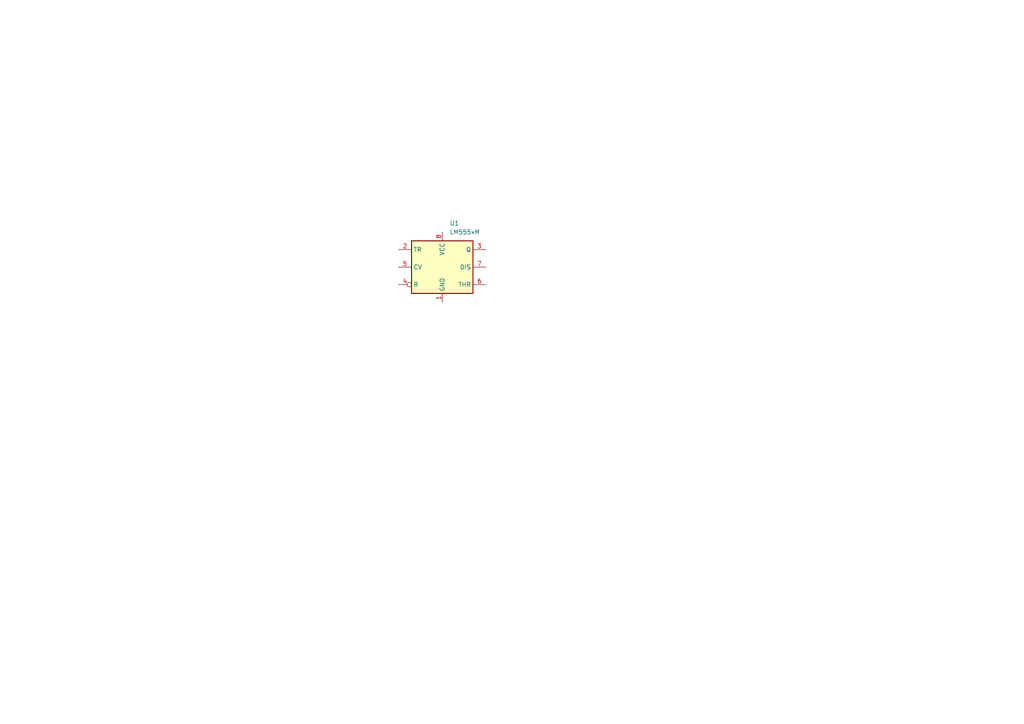
<source format=kicad_sch>
(kicad_sch (version 20250114) (generator "eeschema") (generator_version "9.0")
  (paper "A4")
  (lib_symbols
    (symbol "Timer:LM555xM"
      (property "Reference" "U" (at -10.16 8.89 0))
      (property "Value" "LM555xM" (at 2.54 8.89 0))
      (symbol "LM555xM_0_0"
        (pin power_in line (at 0 10.16 270) (length 2.54) (name "VCC") (number "8"))
        (pin power_in line (at 0 -10.16 90) (length 2.54) (name "GND") (number "1"))
      )
      (symbol "LM555xM_0_1"
        (rectangle (start -8.89 -7.62) (end 8.89 7.62) (stroke (width 0.254)) (fill (type background)))
        (rectangle (start -8.89 -7.62) (end 8.89 7.62) (stroke (width 0.254)) (fill (type background)))
      )
      (symbol "LM555xM_1_1"
        (pin input line (at -12.7 5.08 0) (length 3.81) (name "TR") (number "2"))
        (pin input line (at -12.7 0 0) (length 3.81) (name "CV") (number "5"))
        (pin input inverted (at -12.7 -5.08 0) (length 3.81) (name "R") (number "4"))
        (pin output line (at 12.7 5.08 180) (length 3.81) (name "Q") (number "3"))
        (pin input line (at 12.7 0 180) (length 3.81) (name "DIS") (number "7"))
        (pin input line (at 12.7 -5.08 180) (length 3.81) (name "THR") (number "6"))
      )
    )
  )
  (symbol (lib_id "Timer:LM555xM") (at 128.27 77.47 0) (unit 1)
    (property "Reference" "U1" (at 130.4133 64.77 0) (effects (justify left)))
    (property "Value" "LM555xM" (at 130.4133 67.31 0) (effects (justify left)))
    (property "Footprint" "Package_SO:SOIC-8_3.9x4.9mm_P1.27mm" (effects (hide yes)))
    (property "Datasheet" "http://www.ti.com/lit/ds/symlink/lm555.pdf" (effects (hide yes)))
    (property "Description" "Timer, 555 compatible, SOIC-8" (effects (hide yes)))
  )
)
</source>
